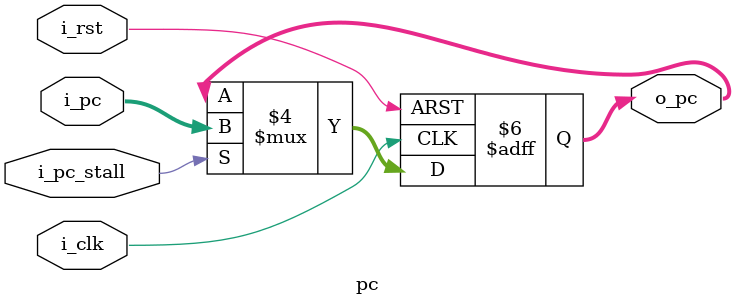
<source format=sv>
module pc (
    input logic i_clk, i_pc_stall, i_rst,
    input logic [31:0] i_pc, 
    output logic [31:0] o_pc
);
    
    /*Update new output at each positive edge clock*/
    always_ff @( posedge i_clk or posedge i_rst) begin 
        if (i_rst) begin
            o_pc <= 0; 
        end else begin
            if (!i_pc_stall) begin
                o_pc <= o_pc;
            end else begin
                o_pc <= i_pc; 
            end

        end
    end
    
endmodule 
</source>
